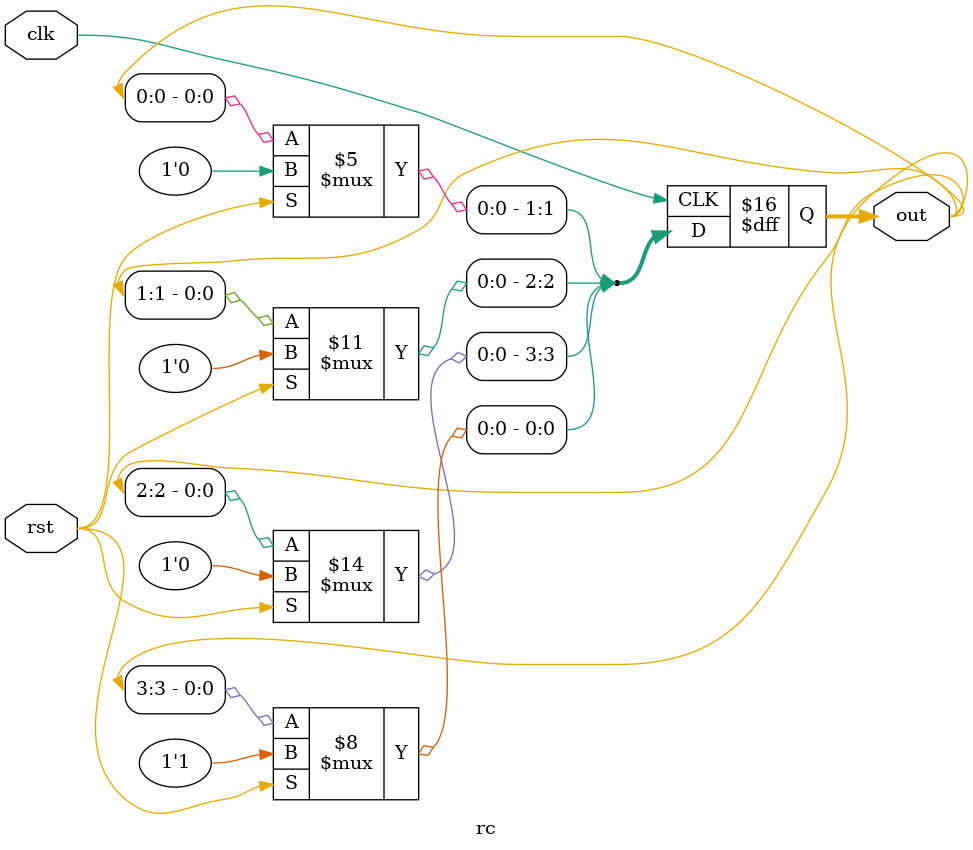
<source format=v>
`timescale 1ns / 1ps

module rc(clk, rst, out);
input clk, rst;
output [3:0] out;
reg [3:0] out;

initial out = 4'b0001;

always @(posedge clk) begin
    if(rst == 1'b1) out = 4'b0001;
    else begin
    out[3] <= out[2];
    out[2] <= out[1];    
    out[1] <= out[0];
    out[0] <= out[3];
    end
end

endmodule
</source>
